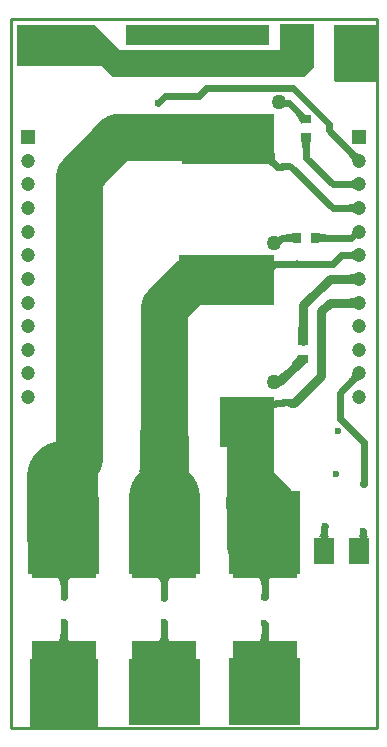
<source format=gbl>
G04*
G04 #@! TF.GenerationSoftware,Altium Limited,Altium Designer,22.10.1 (41)*
G04*
G04 Layer_Physical_Order=2*
G04 Layer_Color=16711680*
%FSLAX25Y25*%
%MOIN*%
G70*
G04*
G04 #@! TF.SameCoordinates,59214271-F8BB-42CD-AB19-65BC4A0A980D*
G04*
G04*
G04 #@! TF.FilePolarity,Positive*
G04*
G01*
G75*
%ADD10C,0.00984*%
%ADD13C,0.01000*%
%ADD17R,0.02756X0.03543*%
G04:AMPARAMS|DCode=20|XSize=11.81mil|YSize=23.62mil|CornerRadius=4.13mil|HoleSize=0mil|Usage=FLASHONLY|Rotation=180.000|XOffset=0mil|YOffset=0mil|HoleType=Round|Shape=RoundedRectangle|*
%AMROUNDEDRECTD20*
21,1,0.01181,0.01535,0,0,180.0*
21,1,0.00354,0.02362,0,0,180.0*
1,1,0.00827,-0.00177,0.00768*
1,1,0.00827,0.00177,0.00768*
1,1,0.00827,0.00177,-0.00768*
1,1,0.00827,-0.00177,-0.00768*
%
%ADD20ROUNDEDRECTD20*%
%ADD21O,0.01181X0.02362*%
%ADD30R,0.03543X0.02756*%
%ADD53C,0.02362*%
%ADD56C,0.01500*%
%ADD57C,0.03150*%
%ADD58C,0.04724*%
%ADD59R,0.04724X0.04724*%
%ADD60C,0.02362*%
%ADD61C,0.02800*%
%ADD62C,0.05000*%
%ADD63R,0.21654X0.11221*%
%ADD64R,0.07087X0.08858*%
%ADD65C,0.15748*%
%ADD66C,0.23622*%
G36*
X98131Y115589D02*
X95685Y113936D01*
X94917Y117220D01*
X94971Y117200D01*
X95042Y117205D01*
X95130Y117233D01*
X95233Y117286D01*
X95353Y117363D01*
X95490Y117464D01*
X95811Y117739D01*
X96198Y118111D01*
X98131Y115589D01*
D02*
G37*
G36*
X122024Y115748D02*
X121889Y115740D01*
X121748Y115713D01*
X121603Y115668D01*
X121452Y115604D01*
X121295Y115521D01*
X121134Y115419D01*
X120967Y115299D01*
X120794Y115160D01*
X120434Y114826D01*
X118763Y116497D01*
X118940Y116680D01*
X119236Y117030D01*
X119357Y117197D01*
X119458Y117358D01*
X119541Y117515D01*
X119605Y117666D01*
X119650Y117811D01*
X119677Y117952D01*
X119685Y118087D01*
X122024Y115748D01*
D02*
G37*
G36*
X99410Y107087D02*
X96555D01*
Y109449D01*
X99410D01*
Y107087D01*
D02*
G37*
G36*
X93504Y93504D02*
X75787D01*
Y110236D01*
X93504D01*
Y93504D01*
D02*
G37*
G36*
X65443Y85118D02*
X48730D01*
X48821Y85446D01*
X48904Y86236D01*
X49039Y89203D01*
X49213Y109197D01*
X64961D01*
X65443Y85118D01*
D02*
G37*
G36*
X124614Y65156D02*
X124676Y64491D01*
X124730Y64221D01*
X124800Y63992D01*
X124885Y63805D01*
X124986Y63659D01*
X125102Y63555D01*
X125234Y63493D01*
X125382Y63472D01*
X121346Y63460D01*
X121517Y63482D01*
X121669Y63545D01*
X121804Y63650D01*
X121921Y63796D01*
X122020Y63984D01*
X122100Y64214D01*
X122163Y64486D01*
X122208Y64799D01*
X122235Y65154D01*
X122244Y65551D01*
X124606D01*
X124614Y65156D01*
D02*
G37*
G36*
X111626Y65383D02*
X111661Y64980D01*
X111721Y64624D01*
X111803Y64315D01*
X111909Y64054D01*
X112039Y63840D01*
X112193Y63674D01*
X112370Y63555D01*
X112571Y63484D01*
X112795Y63460D01*
X108071D01*
X108295Y63484D01*
X108496Y63555D01*
X108673Y63674D01*
X108827Y63840D01*
X108957Y64054D01*
X109063Y64315D01*
X109146Y64624D01*
X109205Y64980D01*
X109240Y65383D01*
X109252Y65834D01*
X111614D01*
X111626Y65383D01*
D02*
G37*
G36*
X102362Y51181D02*
X78740D01*
Y62491D01*
X78726Y62527D01*
X78469Y63630D01*
X78251Y65047D01*
X77934Y68827D01*
X77756Y76858D01*
X78740D01*
Y78740D01*
X102362D01*
Y51181D01*
D02*
G37*
G36*
X68898D02*
X45276D01*
Y72835D01*
X68898D01*
Y51181D01*
D02*
G37*
G36*
X35433D02*
X11811D01*
Y76772D01*
X35433D01*
Y51181D01*
D02*
G37*
G36*
X92689Y49890D02*
X92488Y49819D01*
X92311Y49701D01*
X92158Y49536D01*
X92027Y49323D01*
X91921Y49063D01*
X91839Y48756D01*
X91780Y48402D01*
X91744Y48000D01*
X91732Y47551D01*
X89370D01*
X89358Y48000D01*
X89323Y48402D01*
X89264Y48756D01*
X89181Y49063D01*
X89075Y49323D01*
X88945Y49536D01*
X88791Y49701D01*
X88614Y49819D01*
X88413Y49890D01*
X88189Y49914D01*
X92913D01*
X92689Y49890D01*
D02*
G37*
G36*
X25760D02*
X25559Y49819D01*
X25382Y49701D01*
X25228Y49536D01*
X25098Y49323D01*
X24992Y49063D01*
X24909Y48756D01*
X24850Y48402D01*
X24815Y48000D01*
X24803Y47551D01*
X22441D01*
X22429Y48000D01*
X22394Y48402D01*
X22335Y48756D01*
X22252Y49063D01*
X22146Y49323D01*
X22016Y49536D01*
X21862Y49701D01*
X21685Y49819D01*
X21484Y49890D01*
X21260Y49914D01*
X25984D01*
X25760Y49890D01*
D02*
G37*
G36*
X59224Y49890D02*
X59024Y49819D01*
X58846Y49701D01*
X58693Y49536D01*
X58563Y49323D01*
X58457Y49063D01*
X58374Y48756D01*
X58315Y48402D01*
X58280Y48000D01*
X58268Y47551D01*
X55905D01*
X55894Y48000D01*
X55858Y48402D01*
X55799Y48756D01*
X55717Y49063D01*
X55610Y49323D01*
X55480Y49536D01*
X55327Y49701D01*
X55150Y49819D01*
X54949Y49890D01*
X54724Y49914D01*
X59449D01*
X59224Y49890D01*
D02*
G37*
G36*
X91744Y30738D02*
X91780Y30334D01*
X91839Y29978D01*
X91921Y29669D01*
X92027Y29408D01*
X92158Y29195D01*
X92311Y29028D01*
X92488Y28910D01*
X92689Y28838D01*
X92913Y28815D01*
X88189D01*
X88413Y28838D01*
X88614Y28910D01*
X88791Y29028D01*
X88945Y29195D01*
X89075Y29408D01*
X89181Y29669D01*
X89264Y29978D01*
X89323Y30334D01*
X89358Y30738D01*
X89370Y31189D01*
X91732D01*
X91744Y30738D01*
D02*
G37*
G36*
X24815D02*
X24850Y30334D01*
X24909Y29978D01*
X24992Y29669D01*
X25098Y29408D01*
X25228Y29195D01*
X25382Y29028D01*
X25559Y28910D01*
X25760Y28838D01*
X25984Y28815D01*
X21260D01*
X21484Y28838D01*
X21685Y28910D01*
X21862Y29028D01*
X22016Y29195D01*
X22146Y29408D01*
X22252Y29669D01*
X22335Y29978D01*
X22394Y30334D01*
X22429Y30738D01*
X22441Y31189D01*
X24803D01*
X24815Y30738D01*
D02*
G37*
G36*
X58280Y30738D02*
X58315Y30334D01*
X58374Y29978D01*
X58457Y29669D01*
X58563Y29408D01*
X58693Y29194D01*
X58846Y29028D01*
X59024Y28910D01*
X59224Y28838D01*
X59449Y28815D01*
X54724D01*
X54949Y28838D01*
X55150Y28910D01*
X55327Y29028D01*
X55480Y29194D01*
X55610Y29408D01*
X55717Y29669D01*
X55799Y29978D01*
X55858Y30334D01*
X55894Y30738D01*
X55905Y31189D01*
X58268D01*
X58280Y30738D01*
D02*
G37*
G36*
X102362Y787D02*
X78740D01*
Y23228D01*
X102362D01*
Y787D01*
D02*
G37*
G36*
X68898D02*
X45276D01*
Y22835D01*
X68898D01*
Y787D01*
D02*
G37*
G36*
X35039Y394D02*
X12205D01*
Y22835D01*
X35039D01*
Y394D01*
D02*
G37*
G36*
X92126Y227559D02*
X44488D01*
Y234252D01*
X92126D01*
Y227559D01*
D02*
G37*
G36*
X107087Y220079D02*
X103937Y216929D01*
X39764Y216929D01*
X36220Y220472D01*
X7874D01*
X7874Y234252D01*
X33858Y234252D01*
X42126Y225984D01*
X95669Y225984D01*
Y234646D01*
X107087Y234646D01*
X107087Y220079D01*
D02*
G37*
G36*
X127953Y215354D02*
X114173D01*
X113779Y215748D01*
Y234252D01*
X127953D01*
Y215354D01*
D02*
G37*
G36*
X103041Y205339D02*
X103891Y204622D01*
X104270Y204358D01*
X104620Y204158D01*
X104938Y204022D01*
X105227Y203949D01*
X105486Y203939D01*
X105714Y203993D01*
X105912Y204110D01*
X102571Y201390D01*
X102554Y201608D01*
X102504Y201839D01*
X102421Y202082D01*
X102304Y202337D01*
X102154Y202604D01*
X101970Y202883D01*
X101753Y203174D01*
X101218Y203794D01*
X100901Y204122D01*
X102571Y205792D01*
X103041Y205339D01*
D02*
G37*
G36*
X105980Y195461D02*
X105882Y195390D01*
X105795Y195272D01*
X105720Y195106D01*
X105657Y194894D01*
X105604Y194634D01*
X105564Y194327D01*
X105518Y193571D01*
X105512Y193122D01*
X103150D01*
X103144Y193571D01*
X103057Y194634D01*
X103005Y194894D01*
X102941Y195106D01*
X102866Y195272D01*
X102779Y195390D01*
X102681Y195461D01*
X102571Y195484D01*
X106090D01*
X105980Y195461D01*
D02*
G37*
G36*
X120617Y192084D02*
X120967Y191787D01*
X121134Y191667D01*
X121295Y191566D01*
X121452Y191483D01*
X121603Y191419D01*
X121748Y191373D01*
X121889Y191347D01*
X122024Y191339D01*
X119685Y189000D01*
X119677Y189135D01*
X119650Y189275D01*
X119605Y189421D01*
X119541Y189572D01*
X119458Y189728D01*
X119357Y189890D01*
X119236Y190057D01*
X119097Y190229D01*
X118763Y190590D01*
X120434Y192260D01*
X120617Y192084D01*
D02*
G37*
G36*
X93504Y190082D02*
X93971Y190379D01*
X93946Y190221D01*
X93944Y190059D01*
X93965Y189893D01*
X94009Y189723D01*
X94076Y189550D01*
X94166Y189373D01*
X94280Y189192D01*
X94416Y189008D01*
X94575Y188820D01*
X94757Y188628D01*
X92659Y187385D01*
X92468Y187571D01*
X91974Y187992D01*
X62992D01*
Y204724D01*
X93504D01*
Y190082D01*
D02*
G37*
G36*
X99311Y185827D02*
X96457D01*
Y188189D01*
X99311D01*
Y185827D01*
D02*
G37*
G36*
X120360Y179449D02*
X120259Y179539D01*
X120141Y179619D01*
X120006Y179690D01*
X119854Y179751D01*
X119685Y179803D01*
X119499Y179846D01*
X119296Y179879D01*
X119075Y179902D01*
X118584Y179921D01*
Y182283D01*
X118838Y182288D01*
X119296Y182326D01*
X119499Y182359D01*
X119685Y182402D01*
X119854Y182454D01*
X120006Y182515D01*
X120141Y182586D01*
X120259Y182666D01*
X120360Y182756D01*
Y179449D01*
D02*
G37*
G36*
Y171575D02*
X120259Y171665D01*
X120141Y171745D01*
X120006Y171816D01*
X119854Y171877D01*
X119685Y171929D01*
X119499Y171972D01*
X119296Y172005D01*
X119075Y172028D01*
X118584Y172047D01*
Y174409D01*
X118838Y174414D01*
X119296Y174452D01*
X119499Y174485D01*
X119685Y174528D01*
X119854Y174580D01*
X120006Y174641D01*
X120141Y174712D01*
X120259Y174792D01*
X120360Y174882D01*
Y171575D01*
D02*
G37*
G36*
X108673Y165036D02*
X108744Y164937D01*
X108862Y164850D01*
X109027Y164775D01*
X109240Y164712D01*
X109500Y164660D01*
X109807Y164619D01*
X110563Y164573D01*
X111012Y164567D01*
Y162205D01*
X110563Y162199D01*
X109500Y162112D01*
X109240Y162060D01*
X109027Y161996D01*
X108862Y161921D01*
X108744Y161835D01*
X108673Y161736D01*
X108649Y161626D01*
Y165146D01*
X108673Y165036D01*
D02*
G37*
G36*
X100012Y161626D02*
X99988Y161736D01*
X99918Y161835D01*
X99799Y161921D01*
X99634Y161996D01*
X99422Y162060D01*
X99162Y162112D01*
X98855Y162153D01*
X98099Y162199D01*
X97650Y162205D01*
Y164567D01*
X98099Y164573D01*
X99162Y164660D01*
X99422Y164712D01*
X99634Y164775D01*
X99799Y164850D01*
X99918Y164937D01*
X99988Y165036D01*
X100012Y165146D01*
Y161626D01*
D02*
G37*
G36*
X120360Y155827D02*
X120259Y155917D01*
X120141Y155997D01*
X120006Y156068D01*
X119854Y156129D01*
X119685Y156181D01*
X119499Y156224D01*
X119296Y156257D01*
X119075Y156280D01*
X118584Y156299D01*
Y158661D01*
X118838Y158666D01*
X119296Y158704D01*
X119499Y158737D01*
X119685Y158780D01*
X119854Y158832D01*
X120006Y158893D01*
X120141Y158964D01*
X120259Y159044D01*
X120360Y159134D01*
Y155827D01*
D02*
G37*
G36*
X104331Y153347D02*
X101476D01*
Y155709D01*
X104331D01*
Y153347D01*
D02*
G37*
G36*
X93504Y155743D02*
X93682Y155732D01*
X95333Y155709D01*
X95528Y153347D01*
X95262Y153339D01*
X95017Y153318D01*
X94796Y153283D01*
X94596Y153233D01*
X94419Y153169D01*
X94264Y153091D01*
X94131Y152999D01*
X94020Y152893D01*
X93932Y152772D01*
X93866Y152638D01*
X93561Y153349D01*
X93528Y153344D01*
X93504Y153338D01*
Y140748D01*
X62008D01*
Y157480D01*
X93504D01*
Y155743D01*
D02*
G37*
G36*
X120360Y147953D02*
X120332Y147968D01*
X120276Y147981D01*
X120194Y147993D01*
X119949Y148012D01*
X119139Y148031D01*
X118869Y148031D01*
Y151181D01*
X120360Y151260D01*
Y147953D01*
D02*
G37*
G36*
Y140079D02*
X120332Y140094D01*
X120276Y140107D01*
X120194Y140119D01*
X119949Y140138D01*
X119139Y140157D01*
X118869Y140157D01*
Y143307D01*
X120360Y143386D01*
Y140079D01*
D02*
G37*
G36*
X104923Y132854D02*
X105071Y130334D01*
X105106Y130303D01*
X101587D01*
X101622Y130334D01*
X101653Y130429D01*
X101681Y130586D01*
X101705Y130807D01*
X101755Y131846D01*
X101772Y133453D01*
X104921D01*
X104923Y132854D01*
D02*
G37*
G36*
X105106Y121666D02*
X104913Y121643D01*
X104694Y121576D01*
X104447Y121465D01*
X104175Y121309D01*
X103876Y121109D01*
X103550Y120864D01*
X102818Y120240D01*
X101980Y119438D01*
X99360Y121272D01*
X99783Y121704D01*
X100785Y122841D01*
X101030Y123167D01*
X101231Y123466D01*
X101386Y123739D01*
X101498Y123985D01*
X101565Y124205D01*
X101587Y124397D01*
X105106Y121666D01*
D02*
G37*
%LPC*%
G36*
X93504Y153482D02*
Y153427D01*
X93545Y153386D01*
X93504Y153482D01*
D02*
G37*
%LPD*%
D10*
X57087Y55512D02*
Y62992D01*
D13*
X127953Y0D02*
Y236221D01*
X5906Y0D02*
X127953D01*
X5906D02*
Y236221D01*
X127953D01*
D17*
X101378Y163386D02*
D03*
X107283D02*
D03*
D20*
X96555Y108268D02*
D03*
X101476Y154528D02*
D03*
X96457Y187008D02*
D03*
D21*
X99410Y108268D02*
D03*
X104331Y154528D02*
D03*
X99311Y187008D02*
D03*
D30*
X103347Y123031D02*
D03*
Y128937D02*
D03*
X104331Y202756D02*
D03*
Y196850D02*
D03*
D53*
X111854Y199170D02*
Y201167D01*
X99890Y213130D02*
X111854Y201167D01*
X71004Y213130D02*
X99890D01*
X68504Y210630D02*
X71004Y213130D01*
X55118Y208268D02*
X57480Y210630D01*
X68504D01*
X111854Y199170D02*
X122047Y188976D01*
X115650Y103051D02*
X123622Y95079D01*
Y81201D02*
Y95079D01*
X115650Y103051D02*
Y111713D01*
X122047Y118110D01*
X123425Y60630D02*
Y65551D01*
X121850Y59055D02*
X123425Y60630D01*
X110433Y66831D02*
X110728Y67126D01*
X110433Y59055D02*
Y66831D01*
X90551Y23228D02*
Y34547D01*
X90354Y34744D02*
X90551Y34547D01*
X90453Y43602D02*
X90551Y43701D01*
Y55512D01*
X57087Y23228D02*
Y35138D01*
X23622Y43701D02*
Y55512D01*
X23524Y43602D02*
X23622Y43701D01*
Y23228D02*
Y35236D01*
X23524Y35335D02*
X23622Y35236D01*
X57087Y43110D02*
Y55512D01*
X91535Y107283D02*
X92040Y107788D01*
X93894D01*
X94374Y108268D01*
X96555D01*
X113189Y154528D02*
X116142Y157480D01*
X104331Y154528D02*
X113189D01*
X116142Y157480D02*
X122047D01*
X93467Y154528D02*
X101476D01*
X121408Y165354D02*
X122047D01*
X119439Y163386D02*
X121408Y165354D01*
X107283Y163386D02*
X119439D01*
X94218Y161417D02*
X96186Y163386D01*
X93504Y161417D02*
X94218D01*
X96186Y163386D02*
X101378D01*
X99410Y187008D02*
X113189Y173228D01*
X122047D01*
X99311Y187008D02*
X99410D01*
X94707D02*
X96457D01*
X91535Y190179D02*
X94707Y187008D01*
X104331Y189961D02*
Y196850D01*
Y189961D02*
X113189Y181102D01*
X122047D01*
X95472Y208661D02*
X95977Y208157D01*
X98536D01*
X103937Y202756D01*
X104331D01*
D56*
X23622Y23228D02*
X23819Y23425D01*
X91535Y153543D02*
X92483D01*
X93467Y154528D01*
X91535Y190179D02*
Y190945D01*
D57*
X109252Y117126D02*
Y138779D01*
X100394Y108268D02*
X109252Y117126D01*
X93504Y115157D02*
X93858Y115512D01*
X95827D01*
X103347Y123031D01*
X112205Y149606D02*
X122047D01*
X103347Y140748D02*
X112205Y149606D01*
X103347Y128937D02*
Y140748D01*
X109252Y138779D02*
X112205Y141732D01*
X122047D01*
X99410Y108268D02*
X100394D01*
D58*
X122047Y110236D02*
D03*
Y118110D02*
D03*
Y125984D02*
D03*
Y133858D02*
D03*
Y141732D02*
D03*
Y149606D02*
D03*
Y157480D02*
D03*
Y165354D02*
D03*
Y173228D02*
D03*
Y181102D02*
D03*
Y188976D02*
D03*
X11811Y110236D02*
D03*
Y118110D02*
D03*
Y125984D02*
D03*
Y133858D02*
D03*
Y141732D02*
D03*
Y149606D02*
D03*
Y157480D02*
D03*
Y165354D02*
D03*
Y173228D02*
D03*
Y181102D02*
D03*
Y188976D02*
D03*
D59*
X122047Y196850D02*
D03*
X11811D02*
D03*
D60*
X38976Y225196D02*
D03*
Y222834D02*
D03*
Y220472D02*
D03*
X36614Y227558D02*
D03*
Y225196D02*
D03*
Y222834D02*
D03*
X34251Y229920D02*
D03*
Y227558D02*
D03*
Y225196D02*
D03*
Y222834D02*
D03*
X31889Y232283D02*
D03*
Y229920D02*
D03*
Y227558D02*
D03*
Y225196D02*
D03*
Y222834D02*
D03*
X29527Y232283D02*
D03*
Y229920D02*
D03*
Y227558D02*
D03*
Y225196D02*
D03*
Y222834D02*
D03*
X27165Y232283D02*
D03*
Y229920D02*
D03*
Y227558D02*
D03*
Y225196D02*
D03*
Y222834D02*
D03*
X24803Y232283D02*
D03*
Y229920D02*
D03*
Y227558D02*
D03*
Y225196D02*
D03*
Y222834D02*
D03*
X22440Y232283D02*
D03*
Y229920D02*
D03*
Y227558D02*
D03*
Y225196D02*
D03*
Y222834D02*
D03*
X20078Y232283D02*
D03*
Y229920D02*
D03*
Y227558D02*
D03*
Y225196D02*
D03*
Y222834D02*
D03*
X17716Y232283D02*
D03*
Y229920D02*
D03*
Y227558D02*
D03*
Y225196D02*
D03*
Y222834D02*
D03*
X15354Y232283D02*
D03*
Y229920D02*
D03*
Y227558D02*
D03*
Y225196D02*
D03*
Y222834D02*
D03*
X12991Y232283D02*
D03*
Y229920D02*
D03*
Y227558D02*
D03*
Y225196D02*
D03*
Y222834D02*
D03*
X10629Y232283D02*
D03*
Y229920D02*
D03*
Y227558D02*
D03*
Y225196D02*
D03*
Y222834D02*
D03*
X126377Y232283D02*
D03*
Y229920D02*
D03*
Y227558D02*
D03*
Y225196D02*
D03*
Y222834D02*
D03*
Y220472D02*
D03*
Y218109D02*
D03*
X124015Y232283D02*
D03*
Y229920D02*
D03*
Y227558D02*
D03*
Y225196D02*
D03*
Y222834D02*
D03*
Y220472D02*
D03*
Y218109D02*
D03*
X121653Y232283D02*
D03*
Y229920D02*
D03*
Y227558D02*
D03*
Y225196D02*
D03*
Y222834D02*
D03*
Y220472D02*
D03*
Y218109D02*
D03*
X119290Y232283D02*
D03*
Y229920D02*
D03*
Y227558D02*
D03*
Y225196D02*
D03*
Y222834D02*
D03*
Y220472D02*
D03*
Y218109D02*
D03*
X116928Y232283D02*
D03*
Y229920D02*
D03*
Y227558D02*
D03*
Y225196D02*
D03*
Y222834D02*
D03*
Y220472D02*
D03*
Y218109D02*
D03*
X88582Y232283D02*
D03*
Y229920D02*
D03*
X86220Y232283D02*
D03*
Y229920D02*
D03*
X83858Y232283D02*
D03*
Y229920D02*
D03*
X81495Y232283D02*
D03*
Y229920D02*
D03*
X79133Y232283D02*
D03*
Y229920D02*
D03*
X76771Y232283D02*
D03*
Y229920D02*
D03*
X74409Y232283D02*
D03*
Y229920D02*
D03*
X72047Y232283D02*
D03*
Y229920D02*
D03*
X55118Y208268D02*
D03*
X81495Y19685D02*
D03*
X83858D02*
D03*
X86220D02*
D03*
X88582D02*
D03*
X90944D02*
D03*
X93306D02*
D03*
X95669D02*
D03*
X98031D02*
D03*
X100393D02*
D03*
X81495Y17322D02*
D03*
X83858D02*
D03*
X86220D02*
D03*
X88582D02*
D03*
X90944D02*
D03*
X93306D02*
D03*
X95669D02*
D03*
X98031D02*
D03*
X100393D02*
D03*
Y14960D02*
D03*
Y12598D02*
D03*
Y10236D02*
D03*
Y7874D02*
D03*
Y5511D02*
D03*
Y3149D02*
D03*
X98031Y14960D02*
D03*
Y12598D02*
D03*
Y10236D02*
D03*
Y7874D02*
D03*
Y5511D02*
D03*
Y3149D02*
D03*
X95669Y14960D02*
D03*
Y12598D02*
D03*
Y10236D02*
D03*
Y7874D02*
D03*
Y5511D02*
D03*
Y3149D02*
D03*
X93306Y14960D02*
D03*
Y12598D02*
D03*
Y10236D02*
D03*
Y7874D02*
D03*
Y5511D02*
D03*
Y3149D02*
D03*
X90944Y14960D02*
D03*
Y12598D02*
D03*
Y10236D02*
D03*
Y7874D02*
D03*
Y5511D02*
D03*
Y3149D02*
D03*
X88582Y14960D02*
D03*
Y12598D02*
D03*
Y10236D02*
D03*
Y7874D02*
D03*
Y5511D02*
D03*
Y3149D02*
D03*
X86220Y14960D02*
D03*
Y12598D02*
D03*
Y10236D02*
D03*
Y7874D02*
D03*
Y5511D02*
D03*
Y3149D02*
D03*
X83858Y14960D02*
D03*
Y12598D02*
D03*
Y10236D02*
D03*
Y7874D02*
D03*
Y5511D02*
D03*
Y3149D02*
D03*
X81495Y14960D02*
D03*
Y12598D02*
D03*
Y10236D02*
D03*
Y7874D02*
D03*
Y5511D02*
D03*
Y3149D02*
D03*
X48425Y19685D02*
D03*
X50787D02*
D03*
X53149D02*
D03*
X55511D02*
D03*
X57873D02*
D03*
X60236D02*
D03*
X62598D02*
D03*
X64960D02*
D03*
X67322D02*
D03*
X48425Y17322D02*
D03*
X50787D02*
D03*
X53149D02*
D03*
X55511D02*
D03*
X57873D02*
D03*
X60236D02*
D03*
X62598D02*
D03*
X64960D02*
D03*
X67322D02*
D03*
Y14960D02*
D03*
Y12598D02*
D03*
Y10236D02*
D03*
Y7874D02*
D03*
Y5511D02*
D03*
Y3149D02*
D03*
X64960Y14960D02*
D03*
Y12598D02*
D03*
Y10236D02*
D03*
Y7874D02*
D03*
Y5511D02*
D03*
Y3149D02*
D03*
X62598Y14960D02*
D03*
Y12598D02*
D03*
Y10236D02*
D03*
Y7874D02*
D03*
Y5511D02*
D03*
Y3149D02*
D03*
X60236Y14960D02*
D03*
Y12598D02*
D03*
Y10236D02*
D03*
Y7874D02*
D03*
Y5511D02*
D03*
Y3149D02*
D03*
X57873Y14960D02*
D03*
Y12598D02*
D03*
Y10236D02*
D03*
Y7874D02*
D03*
Y5511D02*
D03*
Y3149D02*
D03*
X55511Y14960D02*
D03*
Y12598D02*
D03*
Y10236D02*
D03*
Y7874D02*
D03*
Y5511D02*
D03*
Y3149D02*
D03*
X53149Y14960D02*
D03*
Y12598D02*
D03*
Y10236D02*
D03*
Y7874D02*
D03*
Y5511D02*
D03*
Y3149D02*
D03*
X50787Y14960D02*
D03*
Y12598D02*
D03*
Y10236D02*
D03*
Y7874D02*
D03*
Y5511D02*
D03*
Y3149D02*
D03*
X48425Y14960D02*
D03*
Y12598D02*
D03*
Y10236D02*
D03*
Y7874D02*
D03*
Y5511D02*
D03*
Y3149D02*
D03*
X15354Y19685D02*
D03*
X17716D02*
D03*
X20078D02*
D03*
X22440D02*
D03*
X24803D02*
D03*
X27165D02*
D03*
X29527D02*
D03*
X31889D02*
D03*
X15354Y17322D02*
D03*
X17716D02*
D03*
X20078D02*
D03*
X22440D02*
D03*
X24803D02*
D03*
X27165D02*
D03*
X29527D02*
D03*
X31889D02*
D03*
Y14960D02*
D03*
Y12598D02*
D03*
Y10236D02*
D03*
Y7874D02*
D03*
Y5511D02*
D03*
Y3149D02*
D03*
X29527Y14960D02*
D03*
Y12598D02*
D03*
Y10236D02*
D03*
Y7874D02*
D03*
Y5511D02*
D03*
Y3149D02*
D03*
X27165Y14960D02*
D03*
Y12598D02*
D03*
Y10236D02*
D03*
Y7874D02*
D03*
Y5511D02*
D03*
Y3149D02*
D03*
X24803Y14960D02*
D03*
Y12598D02*
D03*
Y10236D02*
D03*
Y7874D02*
D03*
Y5511D02*
D03*
Y3149D02*
D03*
X22440Y14960D02*
D03*
Y12598D02*
D03*
Y10236D02*
D03*
Y7874D02*
D03*
Y5511D02*
D03*
Y3149D02*
D03*
X20078Y14960D02*
D03*
Y12598D02*
D03*
Y10236D02*
D03*
Y7874D02*
D03*
Y5511D02*
D03*
Y3149D02*
D03*
X17716Y14960D02*
D03*
Y12598D02*
D03*
Y10236D02*
D03*
Y7874D02*
D03*
Y5511D02*
D03*
Y3149D02*
D03*
X15354Y14960D02*
D03*
Y12598D02*
D03*
Y10236D02*
D03*
Y7874D02*
D03*
Y5511D02*
D03*
Y3149D02*
D03*
X78739Y109055D02*
D03*
X81102D02*
D03*
X83464D02*
D03*
X85826D02*
D03*
X88188D02*
D03*
X78739Y107086D02*
D03*
X81102D02*
D03*
X83464D02*
D03*
X85826D02*
D03*
X88188D02*
D03*
X90550Y104723D02*
D03*
X88187D02*
D03*
X85825D02*
D03*
X83463D02*
D03*
X81101D02*
D03*
X78739D02*
D03*
X90944Y95275D02*
D03*
X88582D02*
D03*
X86220D02*
D03*
X83858D02*
D03*
X81495D02*
D03*
X79133D02*
D03*
X90944Y97637D02*
D03*
X88582D02*
D03*
X86220D02*
D03*
X83858D02*
D03*
X81495D02*
D03*
X79133D02*
D03*
X90944Y99999D02*
D03*
X88582D02*
D03*
X86220D02*
D03*
X83858D02*
D03*
X81495D02*
D03*
X79133D02*
D03*
X90944Y102362D02*
D03*
X88582D02*
D03*
X86220D02*
D03*
X83858D02*
D03*
X81495D02*
D03*
X79133D02*
D03*
X74409Y142519D02*
D03*
X76771D02*
D03*
Y144881D02*
D03*
Y147243D02*
D03*
Y151968D02*
D03*
X76377Y154330D02*
D03*
X78739D02*
D03*
X81102D02*
D03*
X83464D02*
D03*
X85826D02*
D03*
X88188D02*
D03*
X79133Y151968D02*
D03*
X81495D02*
D03*
X83858D02*
D03*
X86220D02*
D03*
X88582D02*
D03*
X79133Y142519D02*
D03*
X81495D02*
D03*
X83858D02*
D03*
X86220D02*
D03*
X88582D02*
D03*
X79133Y144881D02*
D03*
X81495D02*
D03*
X83858D02*
D03*
X86220D02*
D03*
X88582D02*
D03*
X79133Y147243D02*
D03*
X81495D02*
D03*
X83858D02*
D03*
X86220D02*
D03*
X88582D02*
D03*
Y149606D02*
D03*
X86220D02*
D03*
X83858D02*
D03*
X81495D02*
D03*
X79133D02*
D03*
X76771D02*
D03*
X74409Y154330D02*
D03*
Y151968D02*
D03*
Y149606D02*
D03*
Y147243D02*
D03*
Y144881D02*
D03*
X72047Y154330D02*
D03*
Y151968D02*
D03*
Y149606D02*
D03*
Y147243D02*
D03*
Y144881D02*
D03*
Y142519D02*
D03*
X69684Y154330D02*
D03*
Y151968D02*
D03*
Y149606D02*
D03*
Y147243D02*
D03*
Y144881D02*
D03*
Y142519D02*
D03*
X114862Y98917D02*
D03*
X123425Y65551D02*
D03*
X110728Y67126D02*
D03*
X90354Y34744D02*
D03*
X90453Y43602D02*
D03*
X57087Y35138D02*
D03*
X23524Y43602D02*
D03*
Y35335D02*
D03*
X57087Y43110D02*
D03*
X114469Y84547D02*
D03*
X90550Y201476D02*
D03*
X90747Y199113D02*
D03*
X88385D02*
D03*
X88188Y201476D02*
D03*
X86023Y199113D02*
D03*
X90944Y196850D02*
D03*
X88582D02*
D03*
X86220D02*
D03*
X85826Y201476D02*
D03*
X83464D02*
D03*
X81102D02*
D03*
X78838Y201574D02*
D03*
X83858Y196850D02*
D03*
X83661Y199113D02*
D03*
X81495Y196850D02*
D03*
X81298Y199113D02*
D03*
X79133Y199212D02*
D03*
X79133Y196850D02*
D03*
X76672Y201476D02*
D03*
X74409Y201574D02*
D03*
X76771Y199212D02*
D03*
X74409D02*
D03*
X72047D02*
D03*
Y201574D02*
D03*
X74409Y196850D02*
D03*
X76771D02*
D03*
X76672Y194487D02*
D03*
X74409D02*
D03*
X72047Y192125D02*
D03*
Y194487D02*
D03*
X74409Y192125D02*
D03*
X69684Y201574D02*
D03*
X72047Y196850D02*
D03*
X69684Y199212D02*
D03*
Y192125D02*
D03*
Y196850D02*
D03*
Y194487D02*
D03*
X72047Y189763D02*
D03*
X74409D02*
D03*
X69684D02*
D03*
X76968Y189665D02*
D03*
X76869Y192125D02*
D03*
X79527Y189468D02*
D03*
X81889D02*
D03*
X84251D02*
D03*
X86613D02*
D03*
X88976D02*
D03*
X79428Y192027D02*
D03*
X81791D02*
D03*
X84153D02*
D03*
X86515D02*
D03*
X88877D02*
D03*
X81692Y194487D02*
D03*
X84054D02*
D03*
X86417D02*
D03*
X88779D02*
D03*
X91141D02*
D03*
X79133Y194487D02*
D03*
D61*
X123622Y81201D02*
D03*
D62*
X91535Y190945D02*
D03*
X95472Y208661D02*
D03*
X93504Y115157D02*
D03*
X91535Y107283D02*
D03*
Y153543D02*
D03*
X93504Y161417D02*
D03*
D63*
X23622Y23228D02*
D03*
Y55512D02*
D03*
X57087Y55512D02*
D03*
Y23228D02*
D03*
X90551Y55512D02*
D03*
Y23228D02*
D03*
D64*
X121850Y59055D02*
D03*
X110433D02*
D03*
D65*
X28543Y89567D02*
Y184055D01*
X23031Y84055D02*
X28543Y89567D01*
Y184055D02*
X41339Y196850D01*
X85630Y60433D02*
Y81819D01*
Y60433D02*
X87598Y58465D01*
X85630Y81819D02*
X93583Y73866D01*
X85630Y81819D02*
Y101378D01*
X57087Y76772D02*
Y140381D01*
X87598Y57776D02*
Y58465D01*
X41339Y196850D02*
X66929D01*
X66312Y149606D02*
X68898D01*
X57087Y140381D02*
X66312Y149606D01*
D66*
X23031Y63583D02*
Y84055D01*
X57087Y62992D02*
Y76772D01*
M02*

</source>
